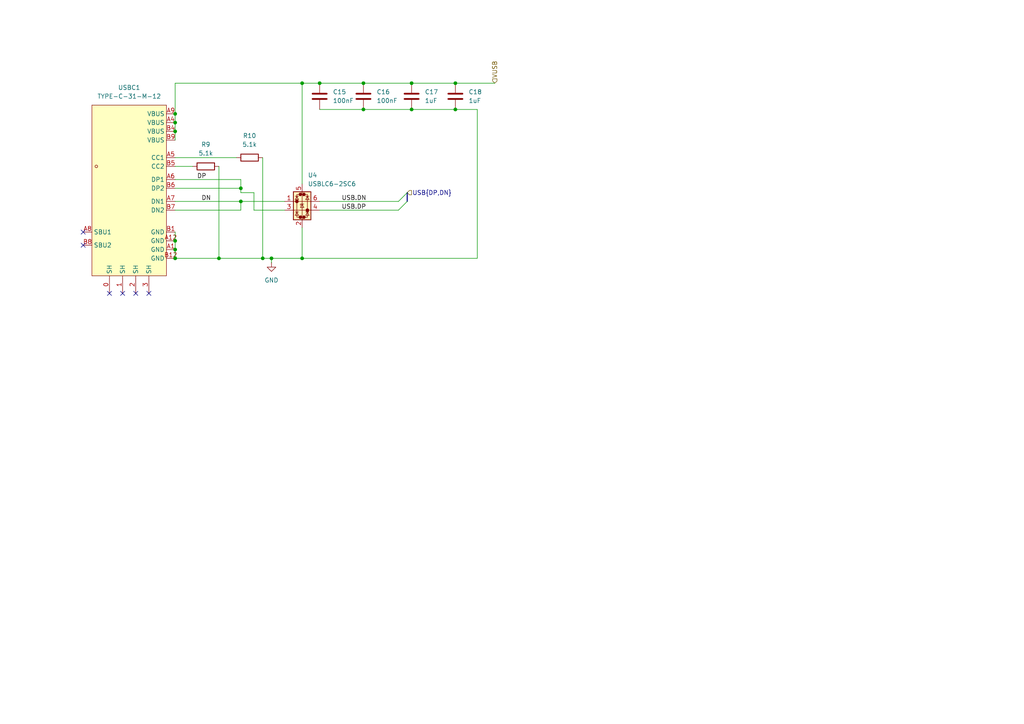
<source format=kicad_sch>
(kicad_sch (version 20250114) (generator "eeschema") (generator_version "9.0")
  (paper "A4")
  (lib_symbols
    (symbol "Device:C" (pin_numbers (hide yes)) (pin_names (offset 0.254))
      (property "Reference" "C" (at 0.635 2.54 0))
      (property "Value" "C" (at 0.635 -2.54 0))
      (symbol "C_0_1"
        (polyline (pts (xy -2.032 0.762) (xy 2.032 0.762)) (stroke (width 0.508)))
        (polyline (pts (xy -2.032 -0.762) (xy 2.032 -0.762)) (stroke (width 0.508)))
      )
      (symbol "C_1_1"
        (pin passive line (at 0 3.81 270) (length 2.794) (name "~") (number "1"))
        (pin passive line (at 0 -3.81 90) (length 2.794) (name "~") (number "2"))
      )
    )
    (symbol "Device:R" (pin_numbers (hide yes)) (pin_names (offset 0))
      (property "Reference" "R" (at 2.032 0 90))
      (property "Value" "R" (at 0 0 90))
      (symbol "R_0_1"
        (rectangle (start -1.016 -2.54) (end 1.016 2.54) (stroke (width 0.254)))
      )
      (symbol "R_1_1"
        (pin passive line (at 0 3.81 270) (length 1.27) (name "~") (number "1"))
        (pin passive line (at 0 -3.81 90) (length 1.27) (name "~") (number "2"))
      )
    )
    (symbol "Power_Protection:USBLC6-2SC6" (pin_names (hide yes))
      (property "Reference" "U" (at 0.635 5.715 0))
      (property "Value" "USBLC6-2SC6" (at 0.635 3.81 0))
      (symbol "USBLC6-2SC6_0_0"
        (circle (center -1.524 0) (radius 0.0001) (stroke (width 0.508)))
        (circle (center -0.508 2.032) (radius 0.0001) (stroke (width 0.508)))
        (circle (center -0.508 -4.572) (radius 0.0001) (stroke (width 0.508)))
        (circle (center 0.508 2.032) (radius 0.0001) (stroke (width 0.508)))
        (circle (center 0.508 -4.572) (radius 0.0001) (stroke (width 0.508)))
        (circle (center 1.524 -2.54) (radius 0.0001) (stroke (width 0.508)))
      )
      (symbol "USBLC6-2SC6_0_1"
        (polyline (pts (xy -2.54 0) (xy 2.54 0)))
        (polyline (pts (xy -2.54 -2.54) (xy 2.54 -2.54)))
        (polyline (pts (xy -2.032 0.508) (xy -1.016 0.508) (xy -1.524 1.524) (xy -2.032 0.508)))
        (polyline (pts (xy -2.032 -3.048) (xy -1.016 -3.048)))
        (polyline (pts (xy -1.016 1.524) (xy -2.032 1.524)))
        (polyline (pts (xy -1.016 -4.064) (xy -2.032 -4.064) (xy -1.524 -3.048) (xy -1.016 -4.064)))
        (polyline (pts (xy -0.508 -1.143) (xy -0.508 -0.762) (xy 0.508 -0.762)))
        (polyline (pts (xy 0 2.54) (xy -0.508 2.032) (xy 0.508 2.032) (xy 0 1.524) (xy 0 -4.064) (xy -0.508 -4.572) (xy 0.508 -4.572) (xy 0 -5.08)))
        (polyline (pts (xy 0.508 -1.778) (xy -0.508 -1.778) (xy 0 -0.762) (xy 0.508 -1.778)))
        (polyline (pts (xy 1.016 1.524) (xy 2.032 1.524)))
        (polyline (pts (xy 1.016 -3.048) (xy 2.032 -3.048)))
        (polyline (pts (xy 2.032 0.508) (xy 1.016 0.508) (xy 1.524 1.524) (xy 2.032 0.508)))
        (polyline (pts (xy 2.032 -4.064) (xy 1.016 -4.064) (xy 1.524 -3.048) (xy 2.032 -4.064)))
      )
      (symbol "USBLC6-2SC6_1_1"
        (rectangle (start -2.54 2.794) (end 2.54 -5.334) (stroke (width 0.254)) (fill (type background)))
        (polyline (pts (xy -0.508 2.032) (xy -1.524 2.032) (xy -1.524 -4.572) (xy -0.508 -4.572)))
        (polyline (pts (xy 0.508 -4.572) (xy 1.524 -4.572) (xy 1.524 2.032) (xy 0.508 2.032)))
        (pin passive line (at -5.08 0 0) (length 2.54) (name "I/O1") (number "1"))
        (pin passive line (at -5.08 -2.54 0) (length 2.54) (name "I/O2") (number "3"))
        (pin passive line (at 0 5.08 270) (length 2.54) (name "VBUS") (number "5"))
        (pin passive line (at 0 -7.62 90) (length 2.54) (name "GND") (number "2"))
        (pin passive line (at 5.08 0 180) (length 2.54) (name "I/O1") (number "6"))
        (pin passive line (at 5.08 -2.54 180) (length 2.54) (name "I/O2") (number "4"))
      )
    )
    (symbol "easyeda2kicad:TYPE-C-31-M-12"
      (property "Reference" "USBC" (at -5.842 34.29 0))
      (property "Value" "TYPE-C-31-M-12" (at 0 -26.67 0))
      (symbol "TYPE-C-31-M-12_0_1"
        (rectangle (start -8.89 33.02) (end 12.7 -16.51) (fill (type background)))
        (circle (center -7.62 15.24) (radius 0.38))
        (pin unspecified line (at -11.43 -3.81 0) (length 2.54) (name "SBU1") (number "A8"))
        (pin unspecified line (at -11.43 -7.62 0) (length 2.54) (name "SBU2") (number "B8"))
        (pin unspecified line (at -3.81 -21.59 90) (length 5.08) (name "SH") (number "0"))
        (pin unspecified line (at 15.24 30.48 180) (length 2.54) (name "VBUS") (number "A9"))
        (pin unspecified line (at 15.24 27.94 180) (length 2.54) (name "VBUS") (number "A4"))
        (pin unspecified line (at 15.24 25.4 180) (length 2.54) (name "VBUS") (number "B4"))
        (pin unspecified line (at 15.24 22.86 180) (length 2.54) (name "VBUS") (number "B9"))
        (pin unspecified line (at 15.24 17.78 180) (length 2.54) (name "CC1") (number "A5"))
        (pin unspecified line (at 15.24 15.24 180) (length 2.54) (name "CC2") (number "B5"))
        (pin unspecified line (at 15.24 11.43 180) (length 2.54) (name "DP1") (number "A6"))
        (pin unspecified line (at 15.24 8.89 180) (length 2.54) (name "DP2") (number "B6"))
        (pin unspecified line (at 15.24 5.08 180) (length 2.54) (name "DN1") (number "A7"))
        (pin unspecified line (at 15.24 2.54 180) (length 2.54) (name "DN2") (number "B7"))
        (pin unspecified line (at 15.24 -3.81 180) (length 2.54) (name "GND") (number "B1"))
        (pin unspecified line (at 15.24 -6.35 180) (length 2.54) (name "GND") (number "A12"))
        (pin unspecified line (at 15.24 -8.89 180) (length 2.54) (name "GND") (number "A1"))
        (pin unspecified line (at 15.24 -11.43 180) (length 2.54) (name "GND") (number "B12"))
      )
      (symbol "TYPE-C-31-M-12_1_1"
        (pin unspecified line (at 0 -21.59 90) (length 5.08) (name "SH") (number "1"))
        (pin unspecified line (at 3.81 -21.59 90) (length 5.08) (name "SH") (number "2"))
        (pin unspecified line (at 7.62 -21.59 90) (length 5.08) (name "SH") (number "3"))
      )
    )
    (symbol "power:GND" (power) (pin_numbers (hide yes)) (pin_names (offset 0) (hide yes))
      (property "Value" "GND" (at 0 -3.81 0))
      (symbol "GND_0_1"
        (polyline (pts (xy 0 0) (xy 0 -1.27) (xy 1.27 -1.27) (xy 0 -2.54) (xy -1.27 -1.27) (xy 0 -1.27)))
      )
      (symbol "GND_1_1"
        (pin power_in line (at 0 0 270) (length 0) (name "~") (number "1"))
      )
    )
  )
  (junction (at 76.2 74.93))
  (junction (at 50.8 74.93))
  (junction (at 63.5 74.93))
  (junction (at 132.08 31.75))
  (junction (at 69.85 54.61))
  (junction (at 92.71 24.13))
  (junction (at 119.38 31.75))
  (junction (at 87.63 24.13))
  (junction (at 50.8 72.39))
  (junction (at 50.8 33.02))
  (junction (at 50.8 69.85))
  (junction (at 105.41 24.13))
  (junction (at 78.74 74.93))
  (junction (at 87.63 74.93))
  (junction (at 50.8 35.56))
  (junction (at 132.08 24.13))
  (junction (at 119.38 24.13))
  (junction (at 50.8 38.1))
  (junction (at 105.41 31.75))
  (junction (at 69.85 58.42))
  (no_connect (at 24.13 67.31))
  (no_connect (at 31.75 85.09))
  (no_connect (at 35.56 85.09))
  (no_connect (at 39.37 85.09))
  (no_connect (at 43.18 85.09))
  (no_connect (at 24.13 71.12))
  (bus_entry (at 118.11 55.88) (size -2.54 2.54))
  (bus_entry (at 118.11 58.42) (size -2.54 2.54))
  (wire (pts (xy 69.85 60.96) (xy 69.85 58.42)))
  (wire (pts (xy 87.63 74.93) (xy 78.74 74.93)))
  (wire (pts (xy 87.63 24.13) (xy 87.63 53.34)))
  (wire (pts (xy 50.8 45.72) (xy 68.58 45.72)))
  (wire (pts (xy 50.8 72.39) (xy 50.8 74.93)))
  (wire (pts (xy 92.71 60.96) (xy 115.57 60.96)))
  (wire (pts (xy 50.8 58.42) (xy 69.85 58.42)))
  (wire (pts (xy 76.2 74.93) (xy 78.74 74.93)))
  (wire (pts (xy 69.85 52.07) (xy 69.85 54.61)))
  (wire (pts (xy 50.8 69.85) (xy 50.8 72.39)))
  (wire (pts (xy 50.8 38.1) (xy 50.8 40.64)))
  (wire (pts (xy 63.5 74.93) (xy 76.2 74.93)))
  (wire (pts (xy 76.2 45.72) (xy 76.2 74.93)))
  (bus (pts (xy 118.11 55.88) (xy 118.11 58.42)))
  (wire (pts (xy 87.63 66.04) (xy 87.63 74.93)))
  (wire (pts (xy 69.85 54.61) (xy 50.8 54.61)))
  (wire (pts (xy 132.08 31.75) (xy 138.43 31.75)))
  (wire (pts (xy 92.71 58.42) (xy 115.57 58.42)))
  (wire (pts (xy 138.43 31.75) (xy 138.43 74.93)))
  (wire (pts (xy 105.41 24.13) (xy 119.38 24.13)))
  (wire (pts (xy 50.8 52.07) (xy 69.85 52.07)))
  (wire (pts (xy 50.8 67.31) (xy 50.8 69.85)))
  (wire (pts (xy 50.8 74.93) (xy 63.5 74.93)))
  (wire (pts (xy 105.41 31.75) (xy 119.38 31.75)))
  (wire (pts (xy 50.8 24.13) (xy 87.63 24.13)))
  (wire (pts (xy 138.43 74.93) (xy 87.63 74.93)))
  (wire (pts (xy 92.71 31.75) (xy 105.41 31.75)))
  (wire (pts (xy 69.85 54.61) (xy 69.85 55.88)))
  (wire (pts (xy 63.5 48.26) (xy 63.5 74.93)))
  (wire (pts (xy 73.66 60.96) (xy 82.55 60.96)))
  (wire (pts (xy 92.71 24.13) (xy 105.41 24.13)))
  (wire (pts (xy 78.74 74.93) (xy 78.74 76.2)))
  (wire (pts (xy 87.63 24.13) (xy 92.71 24.13)))
  (wire (pts (xy 69.85 58.42) (xy 82.55 58.42)))
  (wire (pts (xy 50.8 33.02) (xy 50.8 35.56)))
  (wire (pts (xy 119.38 31.75) (xy 132.08 31.75)))
  (wire (pts (xy 69.85 60.96) (xy 50.8 60.96)))
  (wire (pts (xy 73.66 55.88) (xy 69.85 55.88)))
  (wire (pts (xy 50.8 35.56) (xy 50.8 38.1)))
  (wire (pts (xy 119.38 24.13) (xy 132.08 24.13)))
  (wire (pts (xy 50.8 24.13) (xy 50.8 33.02)))
  (wire (pts (xy 132.08 24.13) (xy 143.51 24.13)))
  (wire (pts (xy 73.66 60.96) (xy 73.66 55.88)))
  (wire (pts (xy 50.8 48.26) (xy 55.88 48.26)))
  (label "DN" (at 58.42 58.42 0))
  (label "USB.DP" (at 99.06 60.96 0))
  (label "DP" (at 57.15 52.07 0))
  (label "USB.DN" (at 99.06 58.42 0))
  (hierarchical_label "USB{DP,DN}" (shape input) (at 118.11 55.88 0))
  (hierarchical_label "VUSB" (shape input) (at 143.51 24.13 90))
  (symbol (lib_id "Power_Protection:USBLC6-2SC6") (at 87.63 58.42 0) (unit 1)
    (property "Reference" "U4" (at 89.2811 50.8 0) (effects (justify left)))
    (property "Value" "USBLC6-2SC6" (at 89.2811 53.34 0) (effects (justify left)))
    (property "Footprint" "Package_TO_SOT_SMD:SOT-23-6" (effects (hide yes)))
    (property "Datasheet" "https://www.st.com/resource/en/datasheet/usblc6-2.pdf" (effects (hide yes)))
    (property "Description" "Very low capacitance ESD protection diode, 2 data-line, SOT-23-6" (effects (hide yes)))
  )
  (symbol (lib_id "Device:C") (at 132.08 27.94 0) (unit 1)
    (property "Reference" "C18" (at 135.89 26.6699 0) (effects (justify left)))
    (property "Value" "1uF" (at 135.89 29.2099 0) (effects (justify left)))
    (property "Footprint" "Capacitor_SMD:C_0603_1608Metric" (effects (hide yes)))
    (property "Description" "Unpolarized capacitor" (effects (hide yes)))
  )
  (symbol (lib_id "power:GND") (at 78.74 76.2 0) (unit 1)
    (property "Reference" "#PWR012" (effects (hide yes)))
    (property "Value" "GND" (at 78.74 81.28 0))
    (property "Description" "Power symbol creates a global label with name \"GND\" , ground" (effects (hide yes)))
  )
  (symbol (lib_id "Device:C") (at 92.71 27.94 0) (unit 1)
    (property "Reference" "C15" (at 96.52 26.6699 0) (effects (justify left)))
    (property "Value" "100nF" (at 96.52 29.2099 0) (effects (justify left)))
    (property "Footprint" "Capacitor_SMD:C_0603_1608Metric" (effects (hide yes)))
    (property "Description" "Unpolarized capacitor" (effects (hide yes)))
  )
  (symbol (lib_id "easyeda2kicad:TYPE-C-31-M-12") (at 35.56 63.5 0) (unit 1)
    (property "Reference" "USBC1" (at 37.465 25.4 0))
    (property "Value" "TYPE-C-31-M-12" (at 37.465 27.94 0))
    (property "Footprint" "easyeda2kicad:USB-C_SMD-TYPE-C-31-M-12" (effects (hide yes)))
    (property "Datasheet" "https://lcsc.com/product-detail/USB-Type-C_Korean-Hroparts-Elec-TYPE-C-31-M-12_C165948.html" (effects (hide yes)))
    (property "LCSC Part" "C165948" (effects (hide yes)))
  )
  (symbol (lib_id "Device:R") (at 59.69 48.26 90) (unit 1)
    (property "Reference" "R9" (at 59.69 41.91 90))
    (property "Value" "5.1k" (at 59.69 44.45 90))
    (property "Footprint" "Resistor_SMD:R_0603_1608Metric" (effects (hide yes)))
    (property "Description" "Resistor" (effects (hide yes)))
  )
  (symbol (lib_id "Device:C") (at 119.38 27.94 0) (unit 1)
    (property "Reference" "C17" (at 123.19 26.6699 0) (effects (justify left)))
    (property "Value" "1uF" (at 123.19 29.2099 0) (effects (justify left)))
    (property "Footprint" "Capacitor_SMD:C_0603_1608Metric" (effects (hide yes)))
    (property "Description" "Unpolarized capacitor" (effects (hide yes)))
  )
  (symbol (lib_id "Device:R") (at 72.39 45.72 90) (unit 1)
    (property "Reference" "R10" (at 72.39 39.37 90))
    (property "Value" "5.1k" (at 72.39 41.91 90))
    (property "Footprint" "Resistor_SMD:R_0603_1608Metric" (effects (hide yes)))
    (property "Description" "Resistor" (effects (hide yes)))
  )
  (symbol (lib_id "Device:C") (at 105.41 27.94 0) (unit 1)
    (property "Reference" "C16" (at 109.22 26.6699 0) (effects (justify left)))
    (property "Value" "100nF" (at 109.22 29.2099 0) (effects (justify left)))
    (property "Footprint" "Capacitor_SMD:C_0603_1608Metric" (effects (hide yes)))
    (property "Description" "Unpolarized capacitor" (effects (hide yes)))
  )
)
</source>
